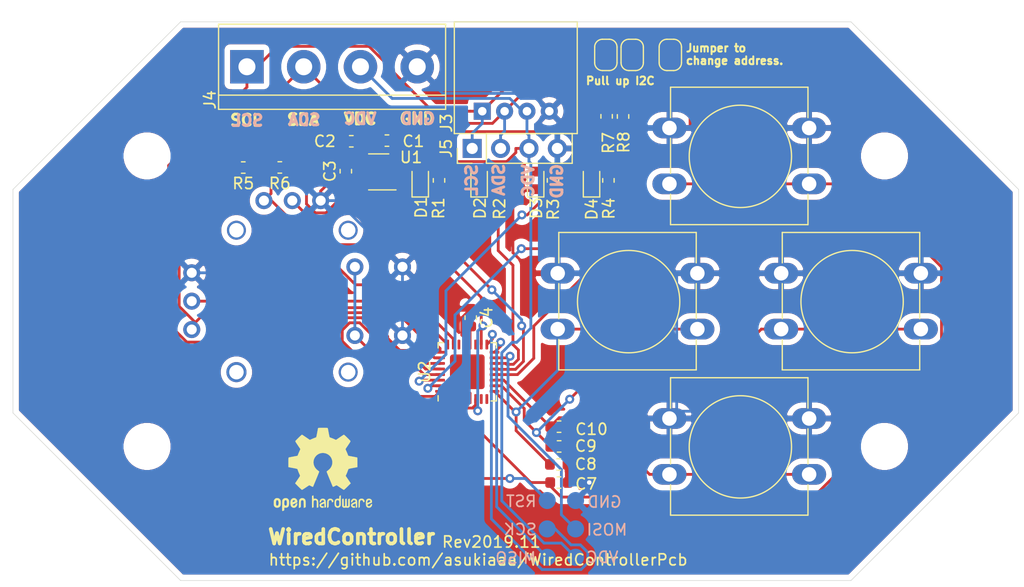
<source format=kicad_pcb>
(kicad_pcb (version 20171130) (host pcbnew 5.1.4-e60b266~84~ubuntu18.04.1)
  (layers (0 F.Cu signal) (31 B.Cu signal) (34 B.Paste user) (35 F.Paste user) (36 B.SilkS user) (37 F.SilkS user) (38 B.Mask user) (39 F.Mask user) (44 Edge.Cuts user))
  (net 0 "")
  (net 1 GND)
  (net 2 "Net-(C2-Pad1)")
  (net 3 +3V3)
  (net 4 "Net-(C4-Pad2)")
  (net 5 "Net-(D1-Pad2)")
  (net 6 "Net-(D2-Pad2)")
  (net 7 "Net-(D3-Pad2)")
  (net 8 /VertFailSafe)
  (net 9 /VertValue)
  (net 10 /HoriFailSafe)
  (net 11 /HoriValue)
  (net 12 /RST)
  (net 13 /MISO)
  (net 14 /SCK)
  (net 15 /MOSI)
  (net 16 /SDA)
  (net 17 /SCL)
  (net 18 /LED1)
  (net 19 /LED2)
  (net 20 /LED3)
  (net 21 /BTNT)
  (net 22 /BTNL)
  (net 23 /BTNR)
  (net 24 /BTNB)
  (net 25 "Net-(U2-Pad1)")
  (net 26 "Net-(D4-Pad2)")
  (net 27 /ADDR)
  (net 28 /LED4)
  (net 29 /JOY_PUSH)
  (net 30 "Net-(U2-Pad19)")
  (net 31 "Net-(U2-Pad22)")
  (net 32 "Net-(U2-Pad7)")
  (net 33 "Net-(U2-Pad8)")
  (net 34 VDC)
  (net 35 "Net-(JP2-Pad2)")
  (net 36 "Net-(JP3-Pad2)")
  (module Connector_PinHeader_2.54mm:PinHeader_1x04_P2.54mm_Vertical (layer F.Cu) (at 141.1 61.33 90)
    (fp_text reference J5 (at 0 -2.33 90) (layer F.SilkS))
    (fp_text value Conn_01x04)
    (pad 4 thru_hole oval (at 0 7.62 90) (size 1.7 1.7) (drill 1) (layers *.Cu *.Mask) (net 1 GND))
    (pad 3 thru_hole oval (at 0 5.08 90) (size 1.7 1.7) (drill 1) (layers *.Cu *.Mask) (net 34 VDC))
    (pad 2 thru_hole oval (at 0 2.54 90) (size 1.7 1.7) (drill 1) (layers *.Cu *.Mask) (net 16 /SDA))
    (pad 1 thru_hole rect (at 0 0 90) (size 1.7 1.7) (drill 1) (layers *.Cu *.Mask) (net 17 /SCL))
  )
  (module Resistor_SMD:R_0603_1608Metric (layer F.Cu) (at 154.6 58.4675 90)
    (fp_text reference R8 (at -2.31 0.06 90) (layer F.SilkS))
    (fp_text value 10k)
    (pad 2 smd roundrect (at 0.7875 0 90) (size 0.875 0.95) (layers F.Cu F.Paste F.Mask) (net 36 "Net-(JP3-Pad2)"))
    (pad 1 smd roundrect (at -0.7875 0 90) (size 0.875 0.95) (layers F.Cu F.Paste F.Mask) (net 3 +3V3))
  )
  (module Resistor_SMD:R_0603_1608Metric (layer F.Cu) (at 153.13 58.4575 90)
    (fp_text reference R7 (at -2.38 0.16 90) (layer F.SilkS))
    (fp_text value 10k)
    (pad 2 smd roundrect (at 0.7875 0 90) (size 0.875 0.95) (layers F.Cu F.Paste F.Mask) (net 35 "Net-(JP2-Pad2)"))
    (pad 1 smd roundrect (at -0.7875 0 90) (size 0.875 0.95) (layers F.Cu F.Paste F.Mask) (net 3 +3V3))
  )
  (module Jumper:SolderJumper-2_P1.3mm_Open_RoundedPad1.0x1.5mm (layer F.Cu) (at 155.42 52.96 270)
    (fp_text reference JP3 hide)
    (fp_text value Jumper_NO)
    (pad 2 smd custom (at 0.65 0 270) (size 1 0.5) (layers F.Cu F.Mask) (net 36 "Net-(JP3-Pad2)") (options (clearance outline) (anchor rect)) (primitives (gr_circle (center 0 0.25) (end 0.5 0.25) (width 0)) (gr_circle (center 0 -0.25) (end 0.5 -0.25) (width 0)) (gr_poly (pts (xy 0 -0.75) (xy -0.5 -0.75) (xy -0.5 0.75) (xy 0 0.75)) (width 0))))
    (pad 1 smd custom (at -0.65 0 270) (size 1 0.5) (layers F.Cu F.Mask) (net 17 /SCL) (options (clearance outline) (anchor rect)) (primitives (gr_circle (center 0 0.25) (end 0.5 0.25) (width 0)) (gr_circle (center 0 -0.25) (end 0.5 -0.25) (width 0)) (gr_poly (pts (xy 0 -0.75) (xy 0.5 -0.75) (xy 0.5 0.75) (xy 0 0.75)) (width 0))))
  )
  (module Jumper:SolderJumper-2_P1.3mm_Open_RoundedPad1.0x1.5mm (layer F.Cu) (at 153.06 52.96 270)
    (fp_text reference JP2 hide)
    (fp_text value Jumper_NO)
    (pad 2 smd custom (at 0.65 0 270) (size 1 0.5) (layers F.Cu F.Mask) (net 35 "Net-(JP2-Pad2)") (options (clearance outline) (anchor rect)) (primitives (gr_circle (center 0 0.25) (end 0.5 0.25) (width 0)) (gr_circle (center 0 -0.25) (end 0.5 -0.25) (width 0)) (gr_poly (pts (xy 0 -0.75) (xy -0.5 -0.75) (xy -0.5 0.75) (xy 0 0.75)) (width 0))))
    (pad 1 smd custom (at -0.65 0 270) (size 1 0.5) (layers F.Cu F.Mask) (net 16 /SDA) (options (clearance outline) (anchor rect)) (primitives (gr_circle (center 0 0.25) (end 0.5 0.25) (width 0)) (gr_circle (center 0 -0.25) (end 0.5 -0.25) (width 0)) (gr_poly (pts (xy 0 -0.75) (xy 0.5 -0.75) (xy 0.5 0.75) (xy 0 0.75)) (width 0))))
  )
  (module TerminalBlock:TerminalBlock_bornier-4_P5.08mm (layer F.Cu) (at 120.94 54.02)
    (fp_text reference J4 (at -3.31 2.96 90) (layer F.SilkS))
    (fp_text value Conn_01x04)
    (pad 4 thru_hole circle (at 15.24 0) (size 3 3) (drill 1.52) (layers *.Cu *.Mask) (net 1 GND))
    (pad 1 thru_hole rect (at 0 0) (size 3 3) (drill 1.52) (layers *.Cu *.Mask) (net 17 /SCL))
    (pad 3 thru_hole circle (at 10.16 0) (size 3 3) (drill 1.52) (layers *.Cu *.Mask) (net 34 VDC))
    (pad 2 thru_hole circle (at 5.08 0) (size 3 3) (drill 1.52) (layers *.Cu *.Mask) (net 16 /SDA))
  )
  (module footprints:PS4tJoystick (layer F.Cu) (at 125 75 180)
    (fp_text reference J1 hide)
    (fp_text value Joystick)
    (pad 8 thru_hole circle (at -9.86 -3.07 180) (size 1.524 1.524) (drill 0.9) (layers *.Cu *.Mask) (net 1 GND))
    (pad 8 thru_hole circle (at -9.86 3.07 180) (size 1.524 1.524) (drill 0.9) (layers *.Cu *.Mask) (net 1 GND))
    (pad 7 thru_hole circle (at -5.6 3.07 180) (size 1.524 1.524) (drill 0.9) (layers *.Cu *.Mask) (net 29 /JOY_PUSH))
    (pad 7 thru_hole circle (at -5.6 -3.07 180) (size 1.524 1.524) (drill 0.9) (layers *.Cu *.Mask) (net 29 /JOY_PUSH))
    (pad NC thru_hole circle (at 5 6.35 180) (size 1.7 1.7) (drill 1.3) (layers *.Cu *.Mask))
    (pad NC thru_hole circle (at -5 6.35 180) (size 1.7 1.7) (drill 1.3) (layers *.Cu *.Mask))
    (pad NC thru_hole circle (at -5 -6.35 180) (size 1.7 1.7) (drill 1.3) (layers *.Cu *.Mask))
    (pad NC thru_hole circle (at 5 -6.35 180) (size 1.8 1.8) (drill 1.3) (layers *.Cu *.Mask))
    (pad 6 thru_hole circle (at -2.54 9 180) (size 1.524 1.524) (drill 0.9) (layers *.Cu *.Mask) (net 1 GND))
    (pad 5 thru_hole circle (at 0 9 180) (size 1.524 1.524) (drill 0.9) (layers *.Cu *.Mask) (net 11 /HoriValue))
    (pad 4 thru_hole circle (at 2.54 9 180) (size 1.524 1.524) (drill 0.9) (layers *.Cu *.Mask) (net 10 /HoriFailSafe))
    (pad 3 thru_hole circle (at 9 2.54 180) (size 1.524 1.524) (drill 0.9) (layers *.Cu *.Mask) (net 1 GND))
    (pad 2 thru_hole circle (at 9 0 180) (size 1.524 1.524) (drill 0.9) (layers *.Cu *.Mask) (net 9 /VertValue))
    (pad 1 thru_hole circle (at 9 -2.54 180) (size 1.524 1.524) (drill 0.9) (layers *.Cu *.Mask) (net 8 /VertFailSafe))
  )
  (module footprints:2x03_P2.54mm_Pads (layer B.Cu) (at 149.08 95.38)
    (fp_text reference J2 hide)
    (fp_text value Conn_01x06)
    (pad 1 connect circle (at -1.27 2.54) (size 1.524 1.524) (layers B.Cu B.Mask) (net 13 /MISO))
    (pad 2 connect circle (at 1.27 2.54) (size 1.524 1.524) (layers B.Cu B.Mask) (net 34 VDC))
    (pad 3 connect circle (at -1.27 0) (size 1.524 1.524) (layers B.Cu B.Mask) (net 14 /SCK))
    (pad 4 connect circle (at 1.27 0) (size 1.524 1.524) (layers B.Cu B.Mask) (net 15 /MOSI))
    (pad 5 connect circle (at -1.27 -2.54) (size 1.524 1.524) (layers B.Cu B.Mask) (net 12 /RST))
    (pad 6 connect circle (at 1.27 -2.54) (size 1.524 1.524) (layers B.Cu B.Mask) (net 1 GND))
  )
  (module Symbol:OSHW-Logo2_9.8x8mm_SilkScreen (layer F.Cu) (at 127.74 90.05)
    (fp_text reference REF** hide)
    (fp_text value OSHW-Logo2_9.8x8mm_SilkScreen hide)
  )
  (module MountingHole:MountingHole_3.2mm_M3 (layer F.Cu) (at 178 88)
    (fp_text reference REF4 hide)
    (fp_text value MountingHole_3.2mm_M3)
    (pad 1 np_thru_hole circle (at 0 0) (size 3.2 3.2) (drill 3.2) (layers *.Cu *.Mask))
  )
  (module MountingHole:MountingHole_3.2mm_M3 (layer F.Cu) (at 112 88)
    (fp_text reference REF2 hide)
    (fp_text value MountingHole_3.2mm_M3)
    (pad 1 np_thru_hole circle (at 0 0) (size 3.2 3.2) (drill 3.2) (layers *.Cu *.Mask))
  )
  (module MountingHole:MountingHole_3.2mm_M3 (layer F.Cu) (at 178 62)
    (fp_text reference REF3 hide)
    (fp_text value MountingHole_3.2mm_M3)
    (pad 1 np_thru_hole circle (at 0 0) (size 3.2 3.2) (drill 3.2) (layers *.Cu *.Mask))
  )
  (module MountingHole:MountingHole_3.2mm_M3 (layer F.Cu) (at 112 62)
    (fp_text reference REF1 hide)
    (fp_text value MountingHole_3.2mm_M3)
    (pad 1 np_thru_hole circle (at 0 0) (size 3.2 3.2) (drill 3.2) (layers *.Cu *.Mask))
  )
  (module footprints:NS-Tech_Grove_1x04_P2mm_Horizontal (layer F.Cu) (at 145 58 90)
    (fp_text reference J3 (at -1.06 -6.21 270) (layer F.SilkS))
    (fp_text value Conn_01x04)
    (pad 4 thru_hole circle (at 0 3 90) (size 1.524 1.524) (drill 0.762) (layers *.Cu *.Mask) (net 1 GND))
    (pad 3 thru_hole circle (at 0 1 90) (size 1.524 1.524) (drill 0.762) (layers *.Cu *.Mask) (net 34 VDC))
    (pad 2 thru_hole circle (at 0 -1 90) (size 1.524 1.524) (drill 0.762) (layers *.Cu *.Mask) (net 16 /SDA))
    (pad 1 thru_hole rect (at 0 -3 90) (size 1.524 1.524) (drill 0.762) (layers *.Cu *.Mask) (net 17 /SCL))
  )
  (module footprints:SW_Center_PUSH-12mm (layer F.Cu) (at 165 88)
    (fp_text reference SW4 hide)
    (fp_text value SW_Push)
    (pad 2 thru_hole oval (at -6.25 2.5) (size 3.048 1.85) (drill 1.3) (layers *.Cu *.Mask) (net 24 /BTNB))
    (pad 1 thru_hole oval (at -6.25 -2.5) (size 3.048 1.85) (drill 1.3) (layers *.Cu *.Mask) (net 1 GND))
    (pad 2 thru_hole oval (at 6.25 2.5) (size 3.048 1.85) (drill 1.3) (layers *.Cu *.Mask) (net 24 /BTNB))
    (pad 1 thru_hole oval (at 6.25 -2.5) (size 3.048 1.85) (drill 1.3) (layers *.Cu *.Mask) (net 1 GND))
  )
  (module footprints:SW_Center_PUSH-12mm (layer F.Cu) (at 175 75)
    (fp_text reference SW3 hide)
    (fp_text value SW_Push)
    (pad 2 thru_hole oval (at -6.25 2.5) (size 3.048 1.85) (drill 1.3) (layers *.Cu *.Mask) (net 23 /BTNR))
    (pad 1 thru_hole oval (at -6.25 -2.5) (size 3.048 1.85) (drill 1.3) (layers *.Cu *.Mask) (net 1 GND))
    (pad 2 thru_hole oval (at 6.25 2.5) (size 3.048 1.85) (drill 1.3) (layers *.Cu *.Mask) (net 23 /BTNR))
    (pad 1 thru_hole oval (at 6.25 -2.5) (size 3.048 1.85) (drill 1.3) (layers *.Cu *.Mask) (net 1 GND))
  )
  (module footprints:SW_Center_PUSH-12mm (layer F.Cu) (at 155 75)
    (fp_text reference SW2 hide)
    (fp_text value SW_Push)
    (pad 2 thru_hole oval (at -6.25 2.5) (size 3.048 1.85) (drill 1.3) (layers *.Cu *.Mask) (net 22 /BTNL))
    (pad 1 thru_hole oval (at -6.25 -2.5) (size 3.048 1.85) (drill 1.3) (layers *.Cu *.Mask) (net 1 GND))
    (pad 2 thru_hole oval (at 6.25 2.5) (size 3.048 1.85) (drill 1.3) (layers *.Cu *.Mask) (net 22 /BTNL))
    (pad 1 thru_hole oval (at 6.25 -2.5) (size 3.048 1.85) (drill 1.3) (layers *.Cu *.Mask) (net 1 GND))
  )
  (module footprints:SW_Center_PUSH-12mm (layer F.Cu) (at 165 62)
    (fp_text reference SW1 hide)
    (fp_text value SW_Push)
    (pad 2 thru_hole oval (at -6.25 2.5) (size 3.048 1.85) (drill 1.3) (layers *.Cu *.Mask) (net 21 /BTNT))
    (pad 1 thru_hole oval (at -6.25 -2.5) (size 3.048 1.85) (drill 1.3) (layers *.Cu *.Mask) (net 1 GND))
    (pad 2 thru_hole oval (at 6.25 2.5) (size 3.048 1.85) (drill 1.3) (layers *.Cu *.Mask) (net 21 /BTNT))
    (pad 1 thru_hole oval (at 6.25 -2.5) (size 3.048 1.85) (drill 1.3) (layers *.Cu *.Mask) (net 1 GND))
  )
  (module Capacitor_SMD:C_0603_1608Metric (layer F.Cu) (at 148.872 86.23)
    (fp_text reference C10 (at 2.908 0.23) (layer F.SilkS))
    (fp_text value 0.1u)
    (pad 2 smd roundrect (at 0.7875 0) (size 0.875 0.95) (layers F.Cu F.Paste F.Mask) (net 1 GND))
    (pad 1 smd roundrect (at -0.7875 0) (size 0.875 0.95) (layers F.Cu F.Paste F.Mask) (net 24 /BTNB))
  )
  (module Capacitor_SMD:C_0603_1608Metric (layer F.Cu) (at 148.88 88)
    (fp_text reference C9 (at 2.39 -0.03) (layer F.SilkS))
    (fp_text value 0.1u)
    (pad 2 smd roundrect (at 0.7875 0) (size 0.875 0.95) (layers F.Cu F.Paste F.Mask) (net 1 GND))
    (pad 1 smd roundrect (at -0.7875 0) (size 0.875 0.95) (layers F.Cu F.Paste F.Mask) (net 23 /BTNR))
  )
  (module Capacitor_SMD:C_0603_1608Metric (layer F.Cu) (at 148.842 89.61)
    (fp_text reference C8 (at 2.428 -0.02) (layer F.SilkS))
    (fp_text value 0.1u)
    (pad 2 smd roundrect (at 0.7875 0) (size 0.875 0.95) (layers F.Cu F.Paste F.Mask) (net 1 GND))
    (pad 1 smd roundrect (at -0.7875 0) (size 0.875 0.95) (layers F.Cu F.Paste F.Mask) (net 22 /BTNL))
  )
  (module Capacitor_SMD:C_0603_1608Metric (layer F.Cu) (at 148.868 91.23)
    (fp_text reference C7 (at 2.432 0.13) (layer F.SilkS))
    (fp_text value 0.1u)
    (pad 2 smd roundrect (at 0.7875 0) (size 0.875 0.95) (layers F.Cu F.Paste F.Mask) (net 1 GND))
    (pad 1 smd roundrect (at -0.7875 0) (size 0.875 0.95) (layers F.Cu F.Paste F.Mask) (net 21 /BTNT))
  )
  (module Resistor_SMD:R_0603_1608Metric (layer F.Cu) (at 153.29 64.19 90)
    (fp_text reference R4 (at -2.5225 0.04 90) (layer F.SilkS))
    (fp_text value 1k)
    (pad 2 smd roundrect (at 0.7875 0 90) (size 0.875 0.95) (layers F.Cu F.Paste F.Mask) (net 26 "Net-(D4-Pad2)"))
    (pad 1 smd roundrect (at -0.7875 0 90) (size 0.875 0.95) (layers F.Cu F.Paste F.Mask) (net 28 /LED4))
  )
  (module Jumper:SolderJumper-2_P1.3mm_Open_RoundedPad1.0x1.5mm (layer F.Cu) (at 158.83 52.96 270)
    (fp_text reference JP1 hide)
    (fp_text value Jumper_NO)
    (pad 2 smd custom (at 0.65 0 270) (size 1 0.5) (layers F.Cu F.Mask) (net 27 /ADDR) (options (clearance outline) (anchor rect)) (primitives (gr_circle (center 0 0.25) (end 0.5 0.25) (width 0)) (gr_circle (center 0 -0.25) (end 0.5 -0.25) (width 0)) (gr_poly (pts (xy 0 -0.75) (xy -0.5 -0.75) (xy -0.5 0.75) (xy 0 0.75)) (width 0))))
    (pad 1 smd custom (at -0.65 0 270) (size 1 0.5) (layers F.Cu F.Mask) (net 1 GND) (options (clearance outline) (anchor rect)) (primitives (gr_circle (center 0 0.25) (end 0.5 0.25) (width 0)) (gr_circle (center 0 -0.25) (end 0.5 -0.25) (width 0)) (gr_poly (pts (xy 0 -0.75) (xy 0.5 -0.75) (xy 0.5 0.75) (xy 0 0.75)) (width 0))))
  )
  (module LED_SMD:LED_0603_1608Metric (layer F.Cu) (at 151.78 64.19 90)
    (fp_text reference D4 (at -2.5825 0.02 90) (layer F.SilkS))
    (fp_text value LED)
    (pad 2 smd roundrect (at 0.7875 0 90) (size 0.875 0.95) (layers F.Cu F.Paste F.Mask) (net 26 "Net-(D4-Pad2)"))
    (pad 1 smd roundrect (at -0.7875 0 90) (size 0.875 0.95) (layers F.Cu F.Paste F.Mask) (net 1 GND))
  )
  (module Capacitor_SMD:C_0603_1608Metric (layer F.Cu) (at 133.47 60.63 180)
    (fp_text reference C1 (at -2.37 -0.06) (layer F.SilkS))
    (fp_text value 1u)
    (pad 1 smd roundrect (at -0.7875 0 180) (size 0.875 0.95) (layers F.Cu F.Paste F.Mask) (net 34 VDC))
    (pad 2 smd roundrect (at 0.7875 0 180) (size 0.875 0.95) (layers F.Cu F.Paste F.Mask) (net 1 GND))
  )
  (module Capacitor_SMD:C_0603_1608Metric (layer F.Cu) (at 130.28 60.69 180)
    (fp_text reference C2 (at 2.37 0) (layer F.SilkS))
    (fp_text value 10n)
    (pad 2 smd roundrect (at 0.7875 0 180) (size 0.875 0.95) (layers F.Cu F.Paste F.Mask) (net 1 GND))
    (pad 1 smd roundrect (at -0.7875 0 180) (size 0.875 0.95) (layers F.Cu F.Paste F.Mask) (net 2 "Net-(C2-Pad1)"))
  )
  (module Capacitor_SMD:C_0603_1608Metric (layer F.Cu) (at 129.79 63.368 90)
    (fp_text reference C3 (at 0 -1.43 90) (layer F.SilkS))
    (fp_text value 2.2u)
    (pad 1 smd roundrect (at -0.7875 0 90) (size 0.875 0.95) (layers F.Cu F.Paste F.Mask) (net 3 +3V3))
    (pad 2 smd roundrect (at 0.7875 0 90) (size 0.875 0.95) (layers F.Cu F.Paste F.Mask) (net 1 GND))
  )
  (module Capacitor_SMD:C_0603_1608Metric (layer F.Cu) (at 140.97 76.4725 270)
    (fp_text reference C4 (at 0 -1.43 90) (layer F.SilkS))
    (fp_text value 0.1u)
    (pad 2 smd roundrect (at 0.7875 0 270) (size 0.875 0.95) (layers F.Cu F.Paste F.Mask) (net 4 "Net-(C4-Pad2)"))
    (pad 1 smd roundrect (at -0.7875 0 270) (size 0.875 0.95) (layers F.Cu F.Paste F.Mask) (net 1 GND))
  )
  (module LED_SMD:LED_0603_1608Metric (layer F.Cu) (at 136.45 64.19 90)
    (fp_text reference D1 (at -2.4225 0.08 90) (layer F.SilkS))
    (fp_text value LED)
    (pad 1 smd roundrect (at -0.7875 0 90) (size 0.875 0.95) (layers F.Cu F.Paste F.Mask) (net 1 GND))
    (pad 2 smd roundrect (at 0.7875 0 90) (size 0.875 0.95) (layers F.Cu F.Paste F.Mask) (net 5 "Net-(D1-Pad2)"))
  )
  (module LED_SMD:LED_0603_1608Metric (layer F.Cu) (at 141.72 64.19 90)
    (fp_text reference D2 (at -2.4925 0.08 90) (layer F.SilkS))
    (fp_text value LED)
    (pad 2 smd roundrect (at 0.7875 0 90) (size 0.875 0.95) (layers F.Cu F.Paste F.Mask) (net 6 "Net-(D2-Pad2)"))
    (pad 1 smd roundrect (at -0.7875 0 90) (size 0.875 0.95) (layers F.Cu F.Paste F.Mask) (net 1 GND))
  )
  (module LED_SMD:LED_0603_1608Metric (layer F.Cu) (at 146.78 64.19 90)
    (fp_text reference D3 (at -2.4825 0.06 90) (layer F.SilkS))
    (fp_text value LED)
    (pad 1 smd roundrect (at -0.7875 0 90) (size 0.875 0.95) (layers F.Cu F.Paste F.Mask) (net 1 GND))
    (pad 2 smd roundrect (at 0.7875 0 90) (size 0.875 0.95) (layers F.Cu F.Paste F.Mask) (net 7 "Net-(D3-Pad2)"))
  )
  (module Resistor_SMD:R_0603_1608Metric (layer F.Cu) (at 138.13 64.19 90)
    (fp_text reference R1 (at -2.4925 -0.04 90) (layer F.SilkS))
    (fp_text value 1k)
    (pad 1 smd roundrect (at -0.7875 0 90) (size 0.875 0.95) (layers F.Cu F.Paste F.Mask) (net 18 /LED1))
    (pad 2 smd roundrect (at 0.7875 0 90) (size 0.875 0.95) (layers F.Cu F.Paste F.Mask) (net 5 "Net-(D1-Pad2)"))
  )
  (module Resistor_SMD:R_0603_1608Metric (layer F.Cu) (at 143.43 64.19 90)
    (fp_text reference R2 (at -2.54 0.12 90) (layer F.SilkS))
    (fp_text value 1k)
    (pad 2 smd roundrect (at 0.7875 0 90) (size 0.875 0.95) (layers F.Cu F.Paste F.Mask) (net 6 "Net-(D2-Pad2)"))
    (pad 1 smd roundrect (at -0.7875 0 90) (size 0.875 0.95) (layers F.Cu F.Paste F.Mask) (net 19 /LED2))
  )
  (module Resistor_SMD:R_0603_1608Metric (layer F.Cu) (at 148.33 64.19 90)
    (fp_text reference R3 (at -2.5925 0.02 90) (layer F.SilkS))
    (fp_text value 1k)
    (pad 2 smd roundrect (at 0.7875 0 90) (size 0.875 0.95) (layers F.Cu F.Paste F.Mask) (net 7 "Net-(D3-Pad2)"))
    (pad 1 smd roundrect (at -0.7875 0 90) (size 0.875 0.95) (layers F.Cu F.Paste F.Mask) (net 20 /LED3))
  )
  (module Resistor_SMD:R_0603_1608Metric (layer F.Cu) (at 120.612 63.04 180)
    (fp_text reference R5 (at 0 -1.43) (layer F.SilkS))
    (fp_text value 1k)
    (pad 1 smd roundrect (at -0.7875 0 180) (size 0.875 0.95) (layers F.Cu F.Paste F.Mask) (net 3 +3V3))
    (pad 2 smd roundrect (at 0.7875 0 180) (size 0.875 0.95) (layers F.Cu F.Paste F.Mask) (net 8 /VertFailSafe))
  )
  (module Resistor_SMD:R_0603_1608Metric (layer F.Cu) (at 123.882 63.03 180)
    (fp_text reference R6 (at 0 -1.43) (layer F.SilkS))
    (fp_text value 1k)
    (pad 1 smd roundrect (at -0.7875 0 180) (size 0.875 0.95) (layers F.Cu F.Paste F.Mask) (net 3 +3V3))
    (pad 2 smd roundrect (at 0.7875 0 180) (size 0.875 0.95) (layers F.Cu F.Paste F.Mask) (net 10 /HoriFailSafe))
  )
  (module Package_TO_SOT_SMD:SOT-23-5 (layer F.Cu) (at 132.73 63.43 180)
    (fp_text reference U1 (at -2.9 1.3) (layer F.SilkS))
    (fp_text value LP2985-3.3)
    (pad 1 smd rect (at -1.1 -0.95 180) (size 1.06 0.65) (layers F.Cu F.Paste F.Mask) (net 34 VDC))
    (pad 2 smd rect (at -1.1 0 180) (size 1.06 0.65) (layers F.Cu F.Paste F.Mask) (net 1 GND))
    (pad 3 smd rect (at -1.1 0.95 180) (size 1.06 0.65) (layers F.Cu F.Paste F.Mask) (net 34 VDC))
    (pad 4 smd rect (at 1.1 0.95 180) (size 1.06 0.65) (layers F.Cu F.Paste F.Mask) (net 2 "Net-(C2-Pad1)"))
    (pad 5 smd rect (at 1.1 -0.95 180) (size 1.06 0.65) (layers F.Cu F.Paste F.Mask) (net 3 +3V3))
  )
  (module Package_DFN_QFN:QFN-32-1EP_5x5mm_P0.5mm_EP3.1x3.1mm (layer F.Cu) (at 140.66 81.32 90)
    (fp_text reference U2 (at 0 -3.82 90) (layer F.SilkS))
    (fp_text value ATmega328P-MU)
    (pad 33 smd roundrect (at 0 0 90) (size 3.1 3.1) (layers F.Cu F.Mask) (roundrect_rratio 0.08064499999999999) (net 1 GND))
    (pad 1 smd roundrect (at -2.4375 -1.75 90) (size 0.875 0.25) (layers F.Cu F.Paste F.Mask) (net 25 "Net-(U2-Pad1)"))
    (pad 2 smd roundrect (at -2.4375 -1.25 90) (size 0.875 0.25) (layers F.Cu F.Paste F.Mask) (net 21 /BTNT))
    (pad 3 smd roundrect (at -2.4375 -0.75 90) (size 0.875 0.25) (layers F.Cu F.Paste F.Mask) (net 1 GND))
    (pad 4 smd roundrect (at -2.4375 -0.25 90) (size 0.875 0.25) (layers F.Cu F.Paste F.Mask) (net 3 +3V3))
    (pad 5 smd roundrect (at -2.4375 0.25 90) (size 0.875 0.25) (layers F.Cu F.Paste F.Mask) (net 1 GND))
    (pad 6 smd roundrect (at -2.4375 0.75 90) (size 0.875 0.25) (layers F.Cu F.Paste F.Mask) (net 3 +3V3))
    (pad 7 smd roundrect (at -2.4375 1.25 90) (size 0.875 0.25) (layers F.Cu F.Paste F.Mask) (net 32 "Net-(U2-Pad7)"))
    (pad 8 smd roundrect (at -2.4375 1.75 90) (size 0.875 0.25) (layers F.Cu F.Paste F.Mask) (net 33 "Net-(U2-Pad8)"))
    (pad 9 smd roundrect (at -1.75 2.4375 90) (size 0.25 0.875) (layers F.Cu F.Paste F.Mask) (net 22 /BTNL))
    (pad 10 smd roundrect (at -1.25 2.4375 90) (size 0.25 0.875) (layers F.Cu F.Paste F.Mask) (net 23 /BTNR))
    (pad 11 smd roundrect (at -0.75 2.4375 90) (size 0.25 0.875) (layers F.Cu F.Paste F.Mask) (net 24 /BTNB))
    (pad 12 smd roundrect (at -0.25 2.4375 90) (size 0.25 0.875) (layers F.Cu F.Paste F.Mask) (net 27 /ADDR))
    (pad 13 smd roundrect (at 0.25 2.4375 90) (size 0.25 0.875) (layers F.Cu F.Paste F.Mask) (net 18 /LED1))
    (pad 14 smd roundrect (at 0.75 2.4375 90) (size 0.25 0.875) (layers F.Cu F.Paste F.Mask) (net 19 /LED2))
    (pad 15 smd roundrect (at 1.25 2.4375 90) (size 0.25 0.875) (layers F.Cu F.Paste F.Mask) (net 15 /MOSI))
    (pad 16 smd roundrect (at 1.75 2.4375 90) (size 0.25 0.875) (layers F.Cu F.Paste F.Mask) (net 13 /MISO))
    (pad 17 smd roundrect (at 2.4375 1.75 90) (size 0.875 0.25) (layers F.Cu F.Paste F.Mask) (net 14 /SCK))
    (pad 18 smd roundrect (at 2.4375 1.25 90) (size 0.875 0.25) (layers F.Cu F.Paste F.Mask) (net 3 +3V3))
    (pad 19 smd roundrect (at 2.4375 0.75 90) (size 0.875 0.25) (layers F.Cu F.Paste F.Mask) (net 30 "Net-(U2-Pad19)"))
    (pad 20 smd roundrect (at 2.4375 0.25 90) (size 0.875 0.25) (layers F.Cu F.Paste F.Mask) (net 4 "Net-(C4-Pad2)"))
    (pad 21 smd roundrect (at 2.4375 -0.25 90) (size 0.875 0.25) (layers F.Cu F.Paste F.Mask) (net 1 GND))
    (pad 22 smd roundrect (at 2.4375 -0.75 90) (size 0.875 0.25) (layers F.Cu F.Paste F.Mask) (net 31 "Net-(U2-Pad22)"))
    (pad 23 smd roundrect (at 2.4375 -1.25 90) (size 0.875 0.25) (layers F.Cu F.Paste F.Mask) (net 11 /HoriValue))
    (pad 24 smd roundrect (at 2.4375 -1.75 90) (size 0.875 0.25) (layers F.Cu F.Paste F.Mask) (net 10 /HoriFailSafe))
    (pad 25 smd roundrect (at 1.75 -2.4375 90) (size 0.25 0.875) (layers F.Cu F.Paste F.Mask) (net 9 /VertValue))
    (pad 26 smd roundrect (at 1.25 -2.4375 90) (size 0.25 0.875) (layers F.Cu F.Paste F.Mask) (net 8 /VertFailSafe))
    (pad 27 smd roundrect (at 0.75 -2.4375 90) (size 0.25 0.875) (layers F.Cu F.Paste F.Mask) (net 16 /SDA))
    (pad 28 smd roundrect (at 0.25 -2.4375 90) (size 0.25 0.875) (layers F.Cu F.Paste F.Mask) (net 17 /SCL))
    (pad 29 smd roundrect (at -0.25 -2.4375 90) (size 0.25 0.875) (layers F.Cu F.Paste F.Mask) (net 12 /RST))
    (pad 30 smd roundrect (at -0.75 -2.4375 90) (size 0.25 0.875) (layers F.Cu F.Paste F.Mask) (net 20 /LED3))
    (pad 31 smd roundrect (at -1.25 -2.4375 90) (size 0.25 0.875) (layers F.Cu F.Paste F.Mask) (net 28 /LED4))
    (pad 32 smd roundrect (at -1.75 -2.4375 90) (size 0.25 0.875) (layers F.Cu F.Paste F.Mask) (net 29 /JOY_PUSH))
  )
  (gr_text SCL (at 141.05 64.15 90) (layer B.SilkS) (effects (font (size 1 1) (thickness 0.25)) (justify mirror)))
  (gr_text SDA (at 143.48 64.13 90) (layer B.SilkS) (effects (font (size 1 1) (thickness 0.25)) (justify mirror)))
  (gr_text VDC (at 146.11 64.22 90) (layer B.SilkS) (effects (font (size 1 1) (thickness 0.25)) (justify mirror)))
  (gr_text GND (at 148.68 64.27 90) (layer B.SilkS) (effects (font (size 1 1) (thickness 0.25)) (justify mirror)))
  (gr_text GND (at 136.24 58.67) (layer B.SilkS) (effects (font (size 1 1) (thickness 0.25)) (justify mirror)))
  (gr_text VDC (at 131.07 58.67) (layer B.SilkS) (effects (font (size 1 1) (thickness 0.25)) (justify mirror)))
  (gr_text SDA (at 126.08 58.77) (layer B.SilkS) (effects (font (size 1 1) (thickness 0.25)) (justify mirror)))
  (gr_text SCL (at 120.99 58.83) (layer B.SilkS) (effects (font (size 1 1) (thickness 0.25)) (justify mirror)))
  (gr_text GND (at 136.16 58.67) (layer F.SilkS) (effects (font (size 1 1) (thickness 0.25))))
  (gr_text VDC (at 131.07 58.69) (layer F.SilkS) (effects (font (size 1 1) (thickness 0.25))))
  (gr_text SDA (at 125.96 58.75) (layer F.SilkS) (effects (font (size 1 1) (thickness 0.25))))
  (gr_text SCL (at 120.85 58.81) (layer F.SilkS) (effects (font (size 1 1) (thickness 0.25))))
  (gr_text "Pull up I2C" (at 151.19 55.28) (layer F.SilkS) (effects (font (size 0.7 0.7) (thickness 0.175)) (justify left)))
  (gr_text "Jumper to\nchange address." (at 160.14 52.91) (layer F.SilkS) (effects (font (size 0.7 0.7) (thickness 0.175)) (justify left)))
  (gr_text https://github.com/asukiaaa/WiredControllerPcb (at 141.63 98.15) (layer F.SilkS) (effects (font (size 1 1))))
  (gr_text Rev2019.11 (at 142.81 96.55) (layer F.SilkS) (effects (font (size 1 1))))
  (gr_text WiredController (at 130.31 96.1) (layer F.SilkS) (effects (font (size 1.3 1.3) (thickness 0.325))))
  (gr_text RST (at 145.49 92.91) (layer B.SilkS) (effects (font (size 1 1)) (justify mirror)))
  (gr_text SCK (at 145.4 95.43) (layer B.SilkS) (effects (font (size 1 1)) (justify mirror)))
  (gr_text MISO (at 144.99 97.99) (layer B.SilkS) (effects (font (size 1 1)) (justify mirror)))
  (gr_text GND (at 152.94 92.97) (layer B.SilkS) (effects (font (size 1 1)) (justify mirror)))
  (gr_text MOSI (at 153.16 95.46) (layer B.SilkS) (effects (font (size 1 1)) (justify mirror)))
  (gr_text VDC (at 152.75 97.92) (layer B.SilkS) (effects (font (size 1 1)) (justify mirror)))
  (gr_line (start 100 65) (end 115 50) (layer Edge.Cuts) (width 0.05))
  (gr_line (start 100 85) (end 100 65) (layer Edge.Cuts) (width 0.05))
  (gr_line (start 115 100) (end 100 85) (layer Edge.Cuts) (width 0.05))
  (gr_line (start 175 100) (end 115 100) (layer Edge.Cuts) (width 0.05))
  (gr_line (start 190 85) (end 175 100) (layer Edge.Cuts) (width 0.05))
  (gr_line (start 190 65) (end 190 85) (layer Edge.Cuts) (width 0.05))
  (gr_line (start 175 50) (end 190 65) (layer Edge.Cuts) (width 0.05))
  (gr_line (start 115 50) (end 175 50) (layer Edge.Cuts) (width 0.05))
  (segment (start 148 58) (end 146.8546 56.8546) (width 0.25) (layer B.Cu) (net 1))
  (segment (start 146.8546 56.8546) (end 145.4391 56.8546) (width 0.25) (layer B.Cu) (net 1))
  (segment (start 145.4391 56.8546) (end 145.2721 56.6876) (width 0.25) (layer B.Cu) (net 1))
  (segment (start 145.2721 56.6876) (end 145.2476 56.6876) (width 0.25) (layer B.Cu) (net 1))
  (segment (start 145.2476 56.6876) (end 145.2476 56.668) (width 0.25) (layer B.Cu) (net 1))
  (segment (start 145.2476 56.668) (end 144.9839 56.4043) (width 0.25) (layer B.Cu) (net 1))
  (segment (start 144.9839 56.4043) (end 138.4636 56.4043) (width 0.25) (layer B.Cu) (net 1))
  (segment (start 138.4636 56.4043) (end 138.176 56.1167) (width 0.25) (layer B.Cu) (net 1))
  (segment (start 138.176 56.1167) (end 138.176 56.016) (width 0.25) (layer B.Cu) (net 1))
  (segment (start 138.176 56.016) (end 136.18 54.02) (width 0.25) (layer B.Cu) (net 1))
  (segment (start 132.6825 63.1512) (end 132.6825 60.63) (width 0.25) (layer F.Cu) (net 1))
  (segment (start 132.9747 63.43) (end 132.9613 63.43) (width 0.25) (layer F.Cu) (net 1))
  (segment (start 132.9613 63.43) (end 132.6825 63.1512) (width 0.25) (layer F.Cu) (net 1))
  (segment (start 129.809 62.8725) (end 130.0877 63.1512) (width 0.25) (layer F.Cu) (net 1))
  (segment (start 130.0877 63.1512) (end 132.6825 63.1512) (width 0.25) (layer F.Cu) (net 1))
  (segment (start 129.809 62.8725) (end 129.809 62.5995) (width 0.25) (layer F.Cu) (net 1))
  (segment (start 129.809 62.5995) (end 129.79 62.5805) (width 0.25) (layer F.Cu) (net 1))
  (segment (start 127.54 66) (end 127.54 65.1415) (width 0.25) (layer F.Cu) (net 1))
  (segment (start 127.54 65.1415) (end 129.809 62.8725) (width 0.25) (layer F.Cu) (net 1))
  (segment (start 129.79 62.5805) (end 129.4925 62.283) (width 0.25) (layer F.Cu) (net 1))
  (segment (start 129.4925 62.283) (end 129.4925 60.69) (width 0.25) (layer F.Cu) (net 1))
  (segment (start 134.86 71.93) (end 134.86 71.8477) (width 0.25) (layer B.Cu) (net 1))
  (segment (start 134.86 71.8477) (end 129.0123 66) (width 0.25) (layer B.Cu) (net 1))
  (segment (start 129.0123 66) (end 127.54 66) (width 0.25) (layer B.Cu) (net 1))
  (segment (start 134.86 78.07) (end 134.86 71.93) (width 0.25) (layer B.Cu) (net 1))
  (segment (start 144.7445 64.9775) (end 144.7445 70.6583) (width 0.25) (layer F.Cu) (net 1))
  (segment (start 144.7445 70.6583) (end 146.5862 72.5) (width 0.25) (layer F.Cu) (net 1))
  (segment (start 146.5862 72.5) (end 148.75 72.5) (width 0.25) (layer F.Cu) (net 1))
  (segment (start 141.72 64.9775) (end 142.4992 64.1983) (width 0.25) (layer F.Cu) (net 1))
  (segment (start 142.4992 64.1983) (end 143.9653 64.1983) (width 0.25) (layer F.Cu) (net 1))
  (segment (start 143.9653 64.1983) (end 144.7445 64.9775) (width 0.25) (layer F.Cu) (net 1))
  (segment (start 146.78 64.9775) (end 144.7445 64.9775) (width 0.25) (layer F.Cu) (net 1))
  (segment (start 146.78 64.9775) (end 147.5675 64.19) (width 0.25) (layer F.Cu) (net 1))
  (segment (start 147.5675 64.19) (end 149.0522 64.19) (width 0.25) (layer F.Cu) (net 1))
  (segment (start 149.0522 64.19) (end 149.1372 64.105) (width 0.25) (layer F.Cu) (net 1))
  (segment (start 149.4374 59.4373) (end 148 58) (width 0.25) (layer B.Cu) (net 1))
  (segment (start 156.9007 59.5) (end 149.5 59.5) (width 0.25) (layer B.Cu) (net 1))
  (segment (start 149.5 59.5) (end 149.4374 59.4373) (width 0.25) (layer B.Cu) (net 1))
  (segment (start 149.4374 59.4373) (end 148.72 60.1547) (width 0.25) (layer B.Cu) (net 1))
  (segment (start 148.72 61.33) (end 148.72 60.1547) (width 0.25) (layer B.Cu) (net 1))
  (segment (start 136.45 64.9775) (end 136.379 65.0485) (width 0.25) (layer F.Cu) (net 1))
  (segment (start 136.379 65.0485) (end 133.145 65.0485) (width 0.25) (layer F.Cu) (net 1))
  (segment (start 133.145 65.0485) (end 132.9747 64.8782) (width 0.25) (layer F.Cu) (net 1))
  (segment (start 132.9747 64.8782) (end 132.9747 63.43) (width 0.25) (layer F.Cu) (net 1))
  (segment (start 141.72 64.9775) (end 140.9408 64.1983) (width 0.25) (layer F.Cu) (net 1))
  (segment (start 140.9408 64.1983) (end 137.2292 64.1983) (width 0.25) (layer F.Cu) (net 1))
  (segment (start 137.2292 64.1983) (end 136.45 64.9775) (width 0.25) (layer F.Cu) (net 1))
  (segment (start 148.75 72.5) (end 159.4007 72.5) (width 0.25) (layer B.Cu) (net 1))
  (segment (start 133.83 63.43) (end 132.9747 63.43) (width 0.25) (layer F.Cu) (net 1))
  (segment (start 171.25 59.5) (end 160.5993 59.5) (width 0.25) (layer F.Cu) (net 1))
  (segment (start 158.75 59.5) (end 160.5993 59.5) (width 0.25) (layer F.Cu) (net 1))
  (segment (start 160.5993 59.5) (end 160.5993 53.9291) (width 0.25) (layer F.Cu) (net 1))
  (segment (start 158.9802 52.31) (end 158.83 52.31) (width 0.25) (layer F.Cu) (net 1))
  (segment (start 159.4007 84.8493) (end 158.75 85.5) (width 0.25) (layer B.Cu) (net 1))
  (segment (start 159.4007 72.5) (end 159.4007 84.8493) (width 0.25) (layer B.Cu) (net 1))
  (segment (start 159.4007 84.8493) (end 168.75 84.8493) (width 0.25) (layer B.Cu) (net 1))
  (segment (start 168.75 84.8493) (end 169.4007 85.5) (width 0.25) (layer B.Cu) (net 1))
  (segment (start 171.25 85.5) (end 169.4007 85.5) (width 0.25) (layer B.Cu) (net 1))
  (segment (start 168.75 72.5) (end 163.0993 72.5) (width 0.25) (layer B.Cu) (net 1))
  (segment (start 161.25 72.5) (end 163.0993 72.5) (width 0.25) (layer B.Cu) (net 1))
  (segment (start 158.75 59.5) (end 156.9007 59.5) (width 0.25) (layer B.Cu) (net 1))
  (segment (start 140.1688 76.4862) (end 140.97 75.685) (width 0.25) (layer F.Cu) (net 1))
  (segment (start 140.41 78.8825) (end 140.41 78.2629) (width 0.25) (layer F.Cu) (net 1))
  (segment (start 140.41 78.2629) (end 140.1688 78.0217) (width 0.25) (layer F.Cu) (net 1))
  (segment (start 140.1688 78.0217) (end 140.1688 76.4862) (width 0.25) (layer F.Cu) (net 1))
  (segment (start 134.86 71.93) (end 139.4162 76.4862) (width 0.25) (layer F.Cu) (net 1))
  (segment (start 139.4162 76.4862) (end 140.1688 76.4862) (width 0.25) (layer F.Cu) (net 1))
  (segment (start 140.66 81.32) (end 140.41 81.07) (width 0.25) (layer F.Cu) (net 1))
  (segment (start 140.41 81.07) (end 140.41 78.8825) (width 0.25) (layer F.Cu) (net 1))
  (segment (start 158.75 85.5) (end 156.9007 85.5) (width 0.25) (layer B.Cu) (net 1))
  (segment (start 156.9007 85.5) (end 156.9007 86.2893) (width 0.25) (layer B.Cu) (net 1))
  (segment (start 156.9007 86.2893) (end 150.35 92.84) (width 0.25) (layer B.Cu) (net 1))
  (segment (start 161.25 72.5) (end 159.4007 72.5) (width 0.25) (layer B.Cu) (net 1))
  (segment (start 149.6675 86.23) (end 149.6595 86.23) (width 0.25) (layer F.Cu) (net 1))
  (segment (start 149.6675 86.23) (end 149.6675 88) (width 0.25) (layer F.Cu) (net 1))
  (segment (start 116 72.46) (end 121.08 72.46) (width 0.25) (layer B.Cu) (net 1))
  (segment (start 121.08 72.46) (end 127.54 66) (width 0.25) (layer B.Cu) (net 1))
  (segment (start 149.1372 64.105) (end 149.1372 62.9225) (width 0.25) (layer F.Cu) (net 1))
  (segment (start 149.1372 62.9225) (end 148.72 62.5053) (width 0.25) (layer F.Cu) (net 1))
  (segment (start 151.78 64.9775) (end 150.9075 64.105) (width 0.25) (layer F.Cu) (net 1))
  (segment (start 150.9075 64.105) (end 149.1372 64.105) (width 0.25) (layer F.Cu) (net 1))
  (segment (start 149.6295 89.61) (end 149.6675 89.572) (width 0.25) (layer F.Cu) (net 1))
  (segment (start 149.6675 89.572) (end 149.6675 88) (width 0.25) (layer F.Cu) (net 1))
  (segment (start 149.6555 91.23) (end 149.6555 89.636) (width 0.25) (layer F.Cu) (net 1))
  (segment (start 149.6555 89.636) (end 149.6295 89.61) (width 0.25) (layer F.Cu) (net 1))
  (segment (start 181.25 72.5) (end 168.75 72.5) (width 0.25) (layer F.Cu) (net 1))
  (segment (start 148.72 61.33) (end 148.72 62.5053) (width 0.25) (layer F.Cu) (net 1))
  (segment (start 140.66 82.9944) (end 140.91 83.2444) (width 0.25) (layer F.Cu) (net 1))
  (segment (start 140.91 83.2444) (end 140.91 83.7575) (width 0.25) (layer F.Cu) (net 1))
  (segment (start 139.91 83.7575) (end 139.91 83.2663) (width 0.25) (layer F.Cu) (net 1))
  (segment (start 139.91 83.2663) (end 140.1819 82.9944) (width 0.25) (layer F.Cu) (net 1))
  (segment (start 140.1819 82.9944) (end 140.66 82.9944) (width 0.25) (layer F.Cu) (net 1))
  (segment (start 140.66 82.9944) (end 140.66 81.32) (width 0.25) (layer F.Cu) (net 1))
  (segment (start 158.83 52.31) (end 160.41 52.31) (width 0.25) (layer F.Cu) (net 1))
  (segment (start 160.5993 52.4993) (end 160.5993 53.9291) (width 0.25) (layer F.Cu) (net 1))
  (segment (start 160.41 52.31) (end 160.5993 52.4993) (width 0.25) (layer F.Cu) (net 1))
  (segment (start 149.6555 91.23) (end 151.57 91.23) (width 0.25) (layer F.Cu) (net 1))
  (via (at 151.575 91.225) (size 0.8) (drill 0.4) (layers F.Cu B.Cu) (net 1))
  (segment (start 151.57 91.23) (end 151.575 91.225) (width 0.25) (layer F.Cu) (net 1))
  (segment (start 151.575 91.615) (end 150.35 92.84) (width 0.25) (layer B.Cu) (net 1))
  (segment (start 151.575 91.225) (end 151.575 91.615) (width 0.25) (layer B.Cu) (net 1))
  (segment (start 131.63 62.48) (end 130.7747 62.48) (width 0.25) (layer F.Cu) (net 2))
  (segment (start 130.7747 62.48) (end 130.7747 60.9828) (width 0.25) (layer F.Cu) (net 2))
  (segment (start 130.7747 60.9828) (end 131.0675 60.69) (width 0.25) (layer F.Cu) (net 2))
  (segment (start 130.0145 64.38) (end 129.79 64.1555) (width 0.25) (layer F.Cu) (net 3))
  (segment (start 131.63 64.38) (end 130.0145 64.38) (width 0.25) (layer F.Cu) (net 3))
  (segment (start 130.0145 64.38) (end 130.0145 65.0868) (width 0.25) (layer F.Cu) (net 3))
  (segment (start 130.0145 65.0868) (end 128.0062 67.0951) (width 0.25) (layer F.Cu) (net 3))
  (segment (start 128.0062 67.0951) (end 127.0651 67.0951) (width 0.25) (layer F.Cu) (net 3))
  (segment (start 127.0651 67.0951) (end 126.27 66.3) (width 0.25) (layer F.Cu) (net 3))
  (segment (start 126.27 66.3) (end 126.27 64.6305) (width 0.25) (layer F.Cu) (net 3))
  (segment (start 126.27 64.6305) (end 124.6695 63.03) (width 0.25) (layer F.Cu) (net 3))
  (segment (start 124.6695 63.03) (end 127.8749 59.8246) (width 0.25) (layer F.Cu) (net 3))
  (segment (start 127.8749 59.8246) (end 152.5504 59.8246) (width 0.25) (layer F.Cu) (net 3))
  (segment (start 152.5504 59.8246) (end 153.13 59.245) (width 0.25) (layer F.Cu) (net 3))
  (segment (start 141.2377 84.4541) (end 141.1289 84.5629) (width 0.25) (layer F.Cu) (net 3))
  (segment (start 141.1289 84.5629) (end 140.6795 84.5629) (width 0.25) (layer F.Cu) (net 3))
  (segment (start 140.6795 84.5629) (end 140.41 84.2934) (width 0.25) (layer F.Cu) (net 3))
  (segment (start 140.41 84.2934) (end 140.41 83.7575) (width 0.25) (layer F.Cu) (net 3))
  (segment (start 141.41 83.7575) (end 141.41 84.2818) (width 0.25) (layer F.Cu) (net 3))
  (segment (start 141.41 84.2818) (end 141.2377 84.4541) (width 0.25) (layer F.Cu) (net 3))
  (segment (start 141.2377 84.4541) (end 141.5945 84.8109) (width 0.25) (layer F.Cu) (net 3))
  (segment (start 142.0545 77.2115) (end 141.5945 77.6715) (width 0.25) (layer B.Cu) (net 3))
  (segment (start 141.5945 77.6715) (end 141.5945 84.8109) (width 0.25) (layer B.Cu) (net 3))
  (segment (start 141.91 77.2115) (end 142.0545 77.2115) (width 0.25) (layer F.Cu) (net 3))
  (segment (start 141.91 77.2115) (end 141.91 74.66) (width 0.25) (layer F.Cu) (net 3))
  (segment (start 141.91 74.66) (end 132.4853 65.2353) (width 0.25) (layer F.Cu) (net 3))
  (segment (start 132.4853 65.2353) (end 132.4853 64.38) (width 0.25) (layer F.Cu) (net 3))
  (segment (start 141.91 78.8825) (end 141.91 77.2115) (width 0.25) (layer F.Cu) (net 3))
  (segment (start 131.63 64.38) (end 132.4853 64.38) (width 0.25) (layer F.Cu) (net 3))
  (segment (start 124.6695 63.03) (end 123.8664 62.2269) (width 0.25) (layer F.Cu) (net 3))
  (segment (start 123.8664 62.2269) (end 122.2126 62.2269) (width 0.25) (layer F.Cu) (net 3))
  (segment (start 122.2126 62.2269) (end 121.3995 63.04) (width 0.25) (layer F.Cu) (net 3))
  (segment (start 154.6 59.255) (end 154.59 59.245) (width 0.25) (layer F.Cu) (net 3))
  (segment (start 154.59 59.245) (end 153.13 59.245) (width 0.25) (layer F.Cu) (net 3))
  (via (at 141.5945 84.8109) (size 0.8) (layers F.Cu B.Cu) (net 3))
  (via (at 142.0545 77.2115) (size 0.8) (layers F.Cu B.Cu) (net 3))
  (segment (start 140.91 78.8825) (end 140.91 77.32) (width 0.25) (layer F.Cu) (net 4))
  (segment (start 140.91 77.32) (end 140.97 77.26) (width 0.25) (layer F.Cu) (net 4))
  (segment (start 136.45 63.4025) (end 138.13 63.4025) (width 0.25) (layer F.Cu) (net 5))
  (segment (start 141.72 63.4025) (end 143.43 63.4025) (width 0.25) (layer F.Cu) (net 6))
  (segment (start 146.78 63.4025) (end 148.33 63.4025) (width 0.25) (layer F.Cu) (net 7))
  (segment (start 138.2225 80.07) (end 137.7268 80.07) (width 0.25) (layer F.Cu) (net 8))
  (segment (start 137.7268 80.07) (end 137.3993 79.7425) (width 0.25) (layer F.Cu) (net 8))
  (segment (start 137.3993 79.7425) (end 137.3993 79.0458) (width 0.25) (layer F.Cu) (net 8))
  (segment (start 137.3993 79.0458) (end 133.9352 75.5817) (width 0.25) (layer F.Cu) (net 8))
  (segment (start 133.9352 75.5817) (end 117.6403 75.5817) (width 0.25) (layer F.Cu) (net 8))
  (segment (start 117.6403 75.5817) (end 116.3175 76.9045) (width 0.25) (layer F.Cu) (net 8))
  (segment (start 119.8245 63.04) (end 114.8746 67.9899) (width 0.25) (layer F.Cu) (net 8))
  (segment (start 114.8746 67.9899) (end 114.8746 75.4616) (width 0.25) (layer F.Cu) (net 8))
  (segment (start 114.8746 75.4616) (end 116.3175 76.9045) (width 0.25) (layer F.Cu) (net 8))
  (segment (start 116.3175 76.9045) (end 116.3175 77.2225) (width 0.25) (layer F.Cu) (net 8))
  (segment (start 116.3175 77.2225) (end 116 77.54) (width 0.25) (layer F.Cu) (net 8))
  (segment (start 116 75) (end 133.9904 75) (width 0.25) (layer F.Cu) (net 9))
  (segment (start 133.9904 75) (end 138.2225 79.2321) (width 0.25) (layer F.Cu) (net 9))
  (segment (start 138.2225 79.2321) (end 138.2225 79.57) (width 0.25) (layer F.Cu) (net 9))
  (segment (start 122.7933 65.6667) (end 122.46 66) (width 0.25) (layer F.Cu) (net 10))
  (segment (start 123.0945 63.03) (end 123.0945 65.3655) (width 0.25) (layer F.Cu) (net 10))
  (segment (start 123.0945 65.3655) (end 122.7933 65.6667) (width 0.25) (layer F.Cu) (net 10))
  (segment (start 138.91 78.8825) (end 133.5585 73.531) (width 0.25) (layer F.Cu) (net 10))
  (segment (start 133.5585 73.531) (end 130.6576 73.531) (width 0.25) (layer F.Cu) (net 10))
  (segment (start 130.6576 73.531) (end 122.7933 65.6667) (width 0.25) (layer F.Cu) (net 10))
  (segment (start 139.41 78.8825) (end 139.41 78.3789) (width 0.25) (layer F.Cu) (net 11))
  (segment (start 139.41 78.3789) (end 130.9728 69.9417) (width 0.25) (layer F.Cu) (net 11))
  (segment (start 130.9728 69.9417) (end 128.9417 69.9417) (width 0.25) (layer F.Cu) (net 11))
  (segment (start 128.9417 69.9417) (end 125 66) (width 0.25) (layer F.Cu) (net 11))
  (segment (start 144.4716 90.8677) (end 141.7662 90.8677) (width 0.25) (layer F.Cu) (net 12))
  (segment (start 141.7662 90.8677) (end 129.4697 78.5712) (width 0.25) (layer F.Cu) (net 12))
  (segment (start 129.4697 78.5712) (end 129.4697 77.5941) (width 0.25) (layer F.Cu) (net 12))
  (segment (start 129.4697 77.5941) (end 130.1311 76.9327) (width 0.25) (layer F.Cu) (net 12))
  (segment (start 130.1311 76.9327) (end 131.0272 76.9327) (width 0.25) (layer F.Cu) (net 12))
  (segment (start 131.0272 76.9327) (end 132.2823 78.1878) (width 0.25) (layer F.Cu) (net 12))
  (segment (start 132.2823 78.1878) (end 132.2823 78.3393) (width 0.25) (layer F.Cu) (net 12))
  (segment (start 132.2823 78.3393) (end 135.0813 81.1383) (width 0.25) (layer F.Cu) (net 12))
  (segment (start 135.0813 81.1383) (end 136.357 81.1383) (width 0.25) (layer F.Cu) (net 12))
  (segment (start 136.357 81.1383) (end 136.7887 81.57) (width 0.25) (layer F.Cu) (net 12))
  (segment (start 136.7887 81.57) (end 138.2225 81.57) (width 0.25) (layer F.Cu) (net 12))
  (segment (start 144.4716 90.8677) (end 145.8377 90.8677) (width 0.25) (layer B.Cu) (net 12))
  (segment (start 145.8377 90.8677) (end 147.81 92.84) (width 0.25) (layer B.Cu) (net 12))
  (via (at 144.4716 90.8677) (size 0.8) (layers F.Cu B.Cu) (net 12))
  (segment (start 143.0975 79.57) (end 143.6426 79.0249) (width 0.25) (layer F.Cu) (net 13))
  (segment (start 143.6426 79.0249) (end 143.6426 78.675) (width 0.25) (layer F.Cu) (net 13))
  (segment (start 147.81 97.92) (end 143.2876 93.3976) (width 0.25) (layer B.Cu) (net 13))
  (segment (start 143.2876 93.3976) (end 143.2876 79.03) (width 0.25) (layer B.Cu) (net 13))
  (segment (start 143.2876 79.03) (end 143.6426 78.675) (width 0.25) (layer B.Cu) (net 13))
  (via (at 143.6426 78.675) (size 0.8) (layers F.Cu B.Cu) (net 13))
  (segment (start 142.41 78.8825) (end 142.9026 78.3899) (width 0.25) (layer F.Cu) (net 14))
  (segment (start 142.9026 78.3899) (end 142.9026 77.9664) (width 0.25) (layer F.Cu) (net 14))
  (segment (start 142.9026 77.9664) (end 142.816 78.053) (width 0.25) (layer B.Cu) (net 14))
  (segment (start 142.816 78.053) (end 142.816 94.4856) (width 0.25) (layer B.Cu) (net 14))
  (segment (start 142.816 94.4856) (end 147.3455 99.0151) (width 0.25) (layer B.Cu) (net 14))
  (segment (start 147.3455 99.0151) (end 150.8396 99.0151) (width 0.25) (layer B.Cu) (net 14))
  (segment (start 150.8396 99.0151) (end 151.4436 98.4111) (width 0.25) (layer B.Cu) (net 14))
  (segment (start 151.4436 98.4111) (end 151.4436 97.4758) (width 0.25) (layer B.Cu) (net 14))
  (segment (start 151.4436 97.4758) (end 150.7771 96.8093) (width 0.25) (layer B.Cu) (net 14))
  (segment (start 150.7771 96.8093) (end 149.9515 96.8093) (width 0.25) (layer B.Cu) (net 14))
  (segment (start 149.9515 96.8093) (end 148.5222 95.38) (width 0.25) (layer B.Cu) (net 14))
  (segment (start 148.5222 95.38) (end 147.81 95.38) (width 0.25) (layer B.Cu) (net 14))
  (via (at 142.9026 77.9664) (size 0.8) (layers F.Cu B.Cu) (net 14))
  (segment (start 143.0975 80.07) (end 144.3399 80.07) (width 0.25) (layer F.Cu) (net 15))
  (segment (start 144.3399 80.07) (end 144.4831 79.9268) (width 0.25) (layer F.Cu) (net 15))
  (segment (start 150.35 95.38) (end 149.08 94.11) (width 0.25) (layer B.Cu) (net 15))
  (segment (start 149.08 94.11) (end 149.08 90.0663) (width 0.25) (layer B.Cu) (net 15))
  (segment (start 149.08 90.0663) (end 144.3058 85.2921) (width 0.25) (layer B.Cu) (net 15))
  (segment (start 144.3058 85.2921) (end 144.3058 80.1041) (width 0.25) (layer B.Cu) (net 15))
  (segment (start 144.3058 80.1041) (end 144.4831 79.9268) (width 0.25) (layer B.Cu) (net 15))
  (via (at 144.4831 79.9268) (size 0.8) (layers F.Cu B.Cu) (net 15))
  (segment (start 138.2225 80.57) (end 137.0625 80.57) (width 0.25) (layer F.Cu) (net 16))
  (segment (start 137.0625 80.57) (end 135.9008 79.4083) (width 0.25) (layer F.Cu) (net 16))
  (segment (start 135.9008 79.4083) (end 134.6251 79.4083) (width 0.25) (layer F.Cu) (net 16))
  (segment (start 134.6251 79.4083) (end 133.5353 78.3185) (width 0.25) (layer F.Cu) (net 16))
  (segment (start 133.5353 78.3185) (end 133.5353 78.1577) (width 0.25) (layer F.Cu) (net 16))
  (segment (start 133.5353 78.1577) (end 131.4096 76.032) (width 0.25) (layer F.Cu) (net 16))
  (segment (start 131.4096 76.032) (end 120.0297 76.032) (width 0.25) (layer F.Cu) (net 16))
  (segment (start 120.0297 76.032) (end 117.4004 78.6613) (width 0.25) (layer F.Cu) (net 16))
  (segment (start 117.4004 78.6613) (end 115.5559 78.6613) (width 0.25) (layer F.Cu) (net 16))
  (segment (start 115.5559 78.6613) (end 114.384 77.4894) (width 0.25) (layer F.Cu) (net 16))
  (segment (start 114.384 77.4894) (end 114.384 65.656) (width 0.25) (layer F.Cu) (net 16))
  (segment (start 114.384 65.656) (end 126.02 54.02) (width 0.25) (layer F.Cu) (net 16))
  (segment (start 126.02 54.02) (end 131.0873 59.0873) (width 0.25) (layer F.Cu) (net 16))
  (segment (start 131.0873 59.0873) (end 142.9127 59.0873) (width 0.25) (layer F.Cu) (net 16))
  (segment (start 142.9127 59.0873) (end 144 58) (width 0.25) (layer F.Cu) (net 16))
  (segment (start 153.06 52.31) (end 149.69 52.31) (width 0.25) (layer F.Cu) (net 16))
  (segment (start 149.69 52.31) (end 144 58) (width 0.25) (layer F.Cu) (net 16))
  (segment (start 143.64 60.7423) (end 143.64 61.33) (width 0.25) (layer B.Cu) (net 16))
  (segment (start 143.64 60.7423) (end 143.64 60.1547) (width 0.25) (layer B.Cu) (net 16))
  (segment (start 144 58) (end 144 59.7947) (width 0.25) (layer B.Cu) (net 16))
  (segment (start 144 59.7947) (end 143.64 60.1547) (width 0.25) (layer B.Cu) (net 16))
  (segment (start 120.94 55.8453) (end 113.9337 62.8516) (width 0.25) (layer F.Cu) (net 17))
  (segment (start 113.9337 62.8516) (end 113.9337 77.676) (width 0.25) (layer F.Cu) (net 17))
  (segment (start 113.9337 77.676) (end 115.3693 79.1116) (width 0.25) (layer F.Cu) (net 17))
  (segment (start 115.3693 79.1116) (end 117.8119 79.1116) (width 0.25) (layer F.Cu) (net 17))
  (segment (start 117.8119 79.1116) (end 120.4412 76.4823) (width 0.25) (layer F.Cu) (net 17))
  (segment (start 120.4412 76.4823) (end 131.2214 76.4823) (width 0.25) (layer F.Cu) (net 17))
  (segment (start 131.2214 76.4823) (end 132.7326 77.9935) (width 0.25) (layer F.Cu) (net 17))
  (segment (start 132.7326 77.9935) (end 132.7326 78.1527) (width 0.25) (layer F.Cu) (net 17))
  (segment (start 132.7326 78.1527) (end 134.5975 80.0176) (width 0.25) (layer F.Cu) (net 17))
  (segment (start 134.5975 80.0176) (end 135.8732 80.0176) (width 0.25) (layer F.Cu) (net 17))
  (segment (start 135.8732 80.0176) (end 136.9256 81.07) (width 0.25) (layer F.Cu) (net 17))
  (segment (start 136.9256 81.07) (end 138.2225 81.07) (width 0.25) (layer F.Cu) (net 17))
  (segment (start 142 58) (end 140.9127 58) (width 0.25) (layer F.Cu) (net 17))
  (segment (start 120.94 54.9326) (end 123.678 52.1946) (width 0.25) (layer F.Cu) (net 17))
  (segment (start 123.678 52.1946) (end 131.8608 52.1946) (width 0.25) (layer F.Cu) (net 17))
  (segment (start 131.8608 52.1946) (end 133.64 53.9738) (width 0.25) (layer F.Cu) (net 17))
  (segment (start 133.64 53.9738) (end 133.64 54.0908) (width 0.25) (layer F.Cu) (net 17))
  (segment (start 133.64 54.0908) (end 137.5492 58) (width 0.25) (layer F.Cu) (net 17))
  (segment (start 137.5492 58) (end 140.9127 58) (width 0.25) (layer F.Cu) (net 17))
  (segment (start 120.94 54.9326) (end 120.94 55.8453) (width 0.25) (layer F.Cu) (net 17))
  (segment (start 120.94 54.02) (end 120.94 54.9326) (width 0.25) (layer F.Cu) (net 17))
  (segment (start 142 58) (end 148.5267 51.4733) (width 0.25) (layer F.Cu) (net 17))
  (segment (start 148.5267 51.4733) (end 154.5833 51.4733) (width 0.25) (layer F.Cu) (net 17))
  (segment (start 154.5833 51.4733) (end 155.42 52.31) (width 0.25) (layer F.Cu) (net 17))
  (segment (start 142 59.0873) (end 141.1 59.9873) (width 0.25) (layer B.Cu) (net 17))
  (segment (start 141.1 59.9873) (end 141.1 61.33) (width 0.25) (layer B.Cu) (net 17))
  (segment (start 142 58) (end 142 59.0873) (width 0.25) (layer B.Cu) (net 17))
  (segment (start 145.5266 77.2136) (end 145.6858 77.3728) (width 0.25) (layer F.Cu) (net 18))
  (segment (start 145.6858 77.3728) (end 145.6858 80.387) (width 0.25) (layer F.Cu) (net 18))
  (segment (start 145.6858 80.387) (end 144.9703 81.1025) (width 0.25) (layer F.Cu) (net 18))
  (segment (start 144.9703 81.1025) (end 143.13 81.1025) (width 0.25) (layer F.Cu) (net 18))
  (segment (start 143.13 81.1025) (end 143.0975 81.07) (width 0.25) (layer F.Cu) (net 18))
  (segment (start 142.8594 73.9834) (end 138.13 69.254) (width 0.25) (layer F.Cu) (net 18))
  (segment (start 138.13 69.254) (end 138.13 64.9775) (width 0.25) (layer F.Cu) (net 18))
  (segment (start 145.5266 77.2136) (end 145.5266 76.6506) (width 0.25) (layer B.Cu) (net 18))
  (segment (start 145.5266 76.6506) (end 142.8594 73.9834) (width 0.25) (layer B.Cu) (net 18))
  (via (at 142.8594 73.9834) (size 0.8) (layers F.Cu B.Cu) (net 18))
  (via (at 145.5266 77.2136) (size 0.8) (layers F.Cu B.Cu) (net 18))
  (segment (start 143.43 64.9775) (end 143.43 70.4763) (width 0.25) (layer F.Cu) (net 19))
  (segment (start 143.43 70.4763) (end 144.7462 71.7925) (width 0.25) (layer F.Cu) (net 19))
  (segment (start 144.7462 71.7925) (end 144.7462 78.8825) (width 0.25) (layer F.Cu) (net 19))
  (segment (start 144.7462 78.8825) (end 145.2354 79.3717) (width 0.25) (layer F.Cu) (net 19))
  (segment (start 145.2354 79.3717) (end 145.2354 80.2004) (width 0.25) (layer F.Cu) (net 19))
  (segment (start 145.2354 80.2004) (end 144.7836 80.6522) (width 0.25) (layer F.Cu) (net 19))
  (segment (start 144.7836 80.6522) (end 144.1828 80.6522) (width 0.25) (layer F.Cu) (net 19))
  (segment (start 144.1828 80.6522) (end 144.1006 80.57) (width 0.25) (layer F.Cu) (net 19))
  (segment (start 144.1006 80.57) (end 143.0975 80.57) (width 0.25) (layer F.Cu) (net 19))
  (segment (start 136.3523 82.1594) (end 138.7502 79.7615) (width 0.25) (layer B.Cu) (net 20))
  (segment (start 138.7502 79.7615) (end 138.7502 74.0738) (width 0.25) (layer B.Cu) (net 20))
  (segment (start 138.7502 74.0738) (end 145.5476 67.2764) (width 0.25) (layer B.Cu) (net 20))
  (segment (start 138.2225 82.07) (end 136.4417 82.07) (width 0.25) (layer F.Cu) (net 20))
  (segment (start 136.4417 82.07) (end 136.3523 82.1594) (width 0.25) (layer F.Cu) (net 20))
  (segment (start 145.5476 67.2764) (end 146.0311 67.2764) (width 0.25) (layer F.Cu) (net 20))
  (segment (start 146.0311 67.2764) (end 148.33 64.9775) (width 0.25) (layer F.Cu) (net 20))
  (via (at 145.5476 67.2764) (size 0.8) (layers F.Cu B.Cu) (net 20))
  (via (at 136.3523 82.1594) (size 0.8) (layers F.Cu B.Cu) (net 20))
  (segment (start 148.0805 91.23) (end 148.0805 91.539) (width 0.25) (layer F.Cu) (net 21))
  (segment (start 148.0805 91.539) (end 149.0721 92.5306) (width 0.25) (layer F.Cu) (net 21))
  (segment (start 149.0721 92.5306) (end 171.6406 92.5306) (width 0.25) (layer F.Cu) (net 21))
  (segment (start 171.6406 92.5306) (end 175.1906 88.9806) (width 0.25) (layer F.Cu) (net 21))
  (segment (start 175.1906 88.9806) (end 175.1906 87.2727) (width 0.25) (layer F.Cu) (net 21))
  (segment (start 175.1906 87.2727) (end 183.1022 79.3611) (width 0.25) (layer F.Cu) (net 21))
  (segment (start 183.1022 79.3611) (end 183.1022 71.9457) (width 0.25) (layer F.Cu) (net 21))
  (segment (start 183.1022 71.9457) (end 175.6565 64.5) (width 0.25) (layer F.Cu) (net 21))
  (segment (start 175.6565 64.5) (end 171.25 64.5) (width 0.25) (layer F.Cu) (net 21))
  (segment (start 139.41 83.7575) (end 139.41 84.2992) (width 0.25) (layer F.Cu) (net 21))
  (segment (start 139.41 84.2992) (end 146.3408 91.23) (width 0.25) (layer F.Cu) (net 21))
  (segment (start 146.3408 91.23) (end 148.0805 91.23) (width 0.25) (layer F.Cu) (net 21))
  (segment (start 171.25 64.5) (end 158.75 64.5) (width 0.25) (layer F.Cu) (net 21))
  (segment (start 145.0312 84.9125) (end 145.0312 86.5867) (width 0.25) (layer F.Cu) (net 22))
  (segment (start 145.0312 86.5867) (end 148.0545 89.61) (width 0.25) (layer F.Cu) (net 22))
  (segment (start 143.0975 83.07) (end 144.94 84.9125) (width 0.25) (layer F.Cu) (net 22))
  (segment (start 144.94 84.9125) (end 145.0312 84.9125) (width 0.25) (layer F.Cu) (net 22))
  (segment (start 148.75 77.5) (end 148.75 81.1937) (width 0.25) (layer B.Cu) (net 22))
  (segment (start 148.75 81.1937) (end 145.0312 84.9125) (width 0.25) (layer B.Cu) (net 22))
  (segment (start 161.25 77.5) (end 148.75 77.5) (width 0.25) (layer F.Cu) (net 22))
  (via (at 145.0312 84.9125) (size 0.8) (layers F.Cu B.Cu) (net 22))
  (segment (start 143.0975 82.57) (end 143.7172 82.57) (width 0.25) (layer F.Cu) (net 23))
  (segment (start 143.7172 82.57) (end 145.7565 84.6093) (width 0.25) (layer F.Cu) (net 23))
  (segment (start 145.7565 84.6093) (end 145.7565 85.664) (width 0.25) (layer F.Cu) (net 23))
  (via (at 146.84625 86.75375) (size 0.8) (drill 0.4) (layers F.Cu B.Cu) (net 23))
  (segment (start 146.84625 86.75375) (end 148.0925 88) (width 0.25) (layer F.Cu) (net 23))
  (segment (start 145.7565 85.664) (end 146.84625 86.75375) (width 0.25) (layer F.Cu) (net 23))
  (via (at 149.825 83.775) (size 0.8) (drill 0.4) (layers F.Cu B.Cu) (net 23))
  (segment (start 146.84625 86.75375) (end 149.825 83.775) (width 0.25) (layer B.Cu) (net 23))
  (segment (start 149.825 83.775) (end 151.1 82.5) (width 0.25) (layer F.Cu) (net 23))
  (segment (start 161.976 82.5) (end 151.1 82.5) (width 0.25) (layer F.Cu) (net 23))
  (segment (start 166.976 77.5) (end 161.976 82.5) (width 0.25) (layer F.Cu) (net 23))
  (segment (start 168.75 77.5) (end 166.976 77.5) (width 0.25) (layer F.Cu) (net 23))
  (segment (start 181.25 77.5) (end 168.75 77.5) (width 0.25) (layer F.Cu) (net 23))
  (segment (start 171.25 90.5) (end 158.75 90.5) (width 0.25) (layer F.Cu) (net 24))
  (segment (start 148.0845 86.23) (end 143.9245 82.07) (width 0.25) (layer F.Cu) (net 24))
  (segment (start 143.9245 82.07) (end 143.0975 82.07) (width 0.25) (layer F.Cu) (net 24))
  (segment (start 156.976 90.5) (end 158.75 90.5) (width 0.25) (layer F.Cu) (net 24))
  (segment (start 151.90599 85.42999) (end 156.976 90.5) (width 0.25) (layer F.Cu) (net 24))
  (segment (start 148.88451 85.42999) (end 151.90599 85.42999) (width 0.25) (layer F.Cu) (net 24))
  (segment (start 148.0845 86.23) (end 148.88451 85.42999) (width 0.25) (layer F.Cu) (net 24))
  (segment (start 151.78 63.4025) (end 153.29 63.4025) (width 0.25) (layer F.Cu) (net 26))
  (segment (start 143.0975 81.57) (end 145.1544 81.57) (width 0.25) (layer F.Cu) (net 27))
  (segment (start 145.1544 81.57) (end 146.6108 80.1136) (width 0.25) (layer F.Cu) (net 27))
  (segment (start 146.6108 80.1136) (end 146.6108 77.2262) (width 0.25) (layer F.Cu) (net 27))
  (segment (start 146.6108 77.2262) (end 156.4954 67.3416) (width 0.25) (layer F.Cu) (net 27))
  (segment (start 156.4954 67.3416) (end 156.4954 55.9446) (width 0.25) (layer F.Cu) (net 27))
  (segment (start 156.4954 55.9446) (end 158.83 53.61) (width 0.25) (layer F.Cu) (net 27))
  (segment (start 138.2225 82.57) (end 137.3565 82.57) (width 0.25) (layer F.Cu) (net 28))
  (segment (start 137.3565 82.57) (end 137.1311 82.7954) (width 0.25) (layer F.Cu) (net 28))
  (segment (start 145.4953 70.302) (end 139.5606 76.2367) (width 0.25) (layer B.Cu) (net 28))
  (segment (start 139.5606 76.2367) (end 139.5606 80.3659) (width 0.25) (layer B.Cu) (net 28))
  (segment (start 139.5606 80.3659) (end 137.1311 82.7954) (width 0.25) (layer B.Cu) (net 28))
  (segment (start 153.29 64.9775) (end 147.9655 70.302) (width 0.25) (layer F.Cu) (net 28))
  (segment (start 147.9655 70.302) (end 145.4953 70.302) (width 0.25) (layer F.Cu) (net 28))
  (via (at 145.4953 70.302) (size 0.8) (layers F.Cu B.Cu) (net 28))
  (via (at 137.1311 82.7954) (size 0.8) (layers F.Cu B.Cu) (net 28))
  (segment (start 138.2225 83.07) (end 137.7718 83.5207) (width 0.25) (layer F.Cu) (net 29))
  (segment (start 137.7718 83.5207) (end 136.0507 83.5207) (width 0.25) (layer F.Cu) (net 29))
  (segment (start 136.0507 83.5207) (end 130.6 78.07) (width 0.25) (layer F.Cu) (net 29))
  (segment (start 130.6 78.07) (end 130.6 71.93) (width 0.25) (layer B.Cu) (net 29))
  (segment (start 146 58) (end 145.6097 58) (width 0.25) (layer B.Cu) (net 34))
  (segment (start 145.6097 58) (end 144.4644 56.8547) (width 0.25) (layer B.Cu) (net 34))
  (segment (start 144.4644 56.8547) (end 133.9347 56.8547) (width 0.25) (layer B.Cu) (net 34))
  (segment (start 133.9347 56.8547) (end 131.1 54.02) (width 0.25) (layer B.Cu) (net 34))
  (segment (start 146 58) (end 146 59.9747) (width 0.25) (layer B.Cu) (net 34))
  (segment (start 146 59.9747) (end 146.18 60.1547) (width 0.25) (layer B.Cu) (net 34))
  (segment (start 134.6853 62.5053) (end 134.6853 64.38) (width 0.25) (layer F.Cu) (net 34))
  (segment (start 145.0047 61.33) (end 145.0047 61.6974) (width 0.25) (layer F.Cu) (net 34))
  (segment (start 145.0047 61.6974) (end 144.1968 62.5053) (width 0.25) (layer F.Cu) (net 34))
  (segment (start 144.1968 62.5053) (end 134.6853 62.5053) (width 0.25) (layer F.Cu) (net 34))
  (segment (start 134.6853 62.48) (end 134.6853 62.5053) (width 0.25) (layer F.Cu) (net 34))
  (segment (start 134.2577 62.48) (end 134.2575 62.4798) (width 0.25) (layer F.Cu) (net 34))
  (segment (start 134.2575 62.4798) (end 134.2575 60.63) (width 0.25) (layer F.Cu) (net 34))
  (segment (start 134.2577 62.48) (end 134.6853 62.48) (width 0.25) (layer F.Cu) (net 34))
  (segment (start 133.83 62.48) (end 134.2577 62.48) (width 0.25) (layer F.Cu) (net 34))
  (segment (start 146.18 62.5053) (end 146.3489 62.6742) (width 0.25) (layer B.Cu) (net 34))
  (segment (start 146.3489 62.6742) (end 146.3489 77.4171) (width 0.25) (layer B.Cu) (net 34))
  (segment (start 146.3489 77.4171) (end 145.0829 78.6831) (width 0.25) (layer B.Cu) (net 34))
  (segment (start 145.0829 78.6831) (end 144.6783 78.6831) (width 0.25) (layer B.Cu) (net 34))
  (segment (start 144.6783 78.6831) (end 143.7463 79.6151) (width 0.25) (layer B.Cu) (net 34))
  (segment (start 143.7463 79.6151) (end 143.7463 92.867) (width 0.25) (layer B.Cu) (net 34))
  (segment (start 143.7463 92.867) (end 147.5293 96.65) (width 0.25) (layer B.Cu) (net 34))
  (segment (start 147.5293 96.65) (end 149.08 96.65) (width 0.25) (layer B.Cu) (net 34))
  (segment (start 149.08 96.65) (end 150.35 97.92) (width 0.25) (layer B.Cu) (net 34))
  (segment (start 146.18 61.33) (end 146.18 62.5053) (width 0.25) (layer B.Cu) (net 34))
  (segment (start 133.83 64.38) (end 134.6853 64.38) (width 0.25) (layer F.Cu) (net 34))
  (segment (start 146.18 61.33) (end 146.18 60.1547) (width 0.25) (layer B.Cu) (net 34))
  (segment (start 146.18 61.33) (end 145.0047 61.33) (width 0.25) (layer F.Cu) (net 34))
  (segment (start 153.06 53.61) (end 153.06 57.6) (width 0.25) (layer F.Cu) (net 35))
  (segment (start 153.06 57.6) (end 153.13 57.67) (width 0.25) (layer F.Cu) (net 35))
  (segment (start 155.42 53.61) (end 155.42 56.86) (width 0.25) (layer F.Cu) (net 36))
  (segment (start 155.42 56.86) (end 154.6 57.68) (width 0.25) (layer F.Cu) (net 36))
  (zone (net 1) (net_name GND) (layer F.Cu) (connect_pads (clearance 0.508)) (min_thickness 0.254) (fill yes (arc_segments 32) (thermal_gap 0.508) (thermal_bridge_width 0.508))
    (polygon (pts (xy 99.05 49.45) (xy 98.84 100.59) (xy 190.49 99.97) (xy 190.12 49.76)))
  )
  (zone (net 1) (net_name GND) (layer B.Cu) (connect_pads (clearance 0.508)) (min_thickness 0.254) (fill yes (arc_segments 32) (thermal_gap 0.508) (thermal_bridge_width 0.508))
    (polygon (pts (xy 99.05 49.48) (xy 98.84 100.62) (xy 190.49 100) (xy 190.12 49.79)))
  )
)
</source>
